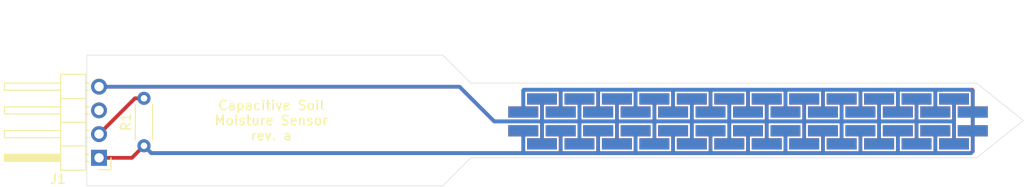
<source format=kicad_pcb>
(kicad_pcb (version 20171130) (host pcbnew 5.99.0+really5.1.12+dfsg1-1)

  (general
    (thickness 1.6)
    (drawings 11)
    (tracks 184)
    (zones 0)
    (modules 4)
    (nets 5)
  )

  (page A4)
  (layers
    (0 F.Cu signal)
    (31 B.Cu signal)
    (32 B.Adhes user)
    (33 F.Adhes user)
    (34 B.Paste user)
    (35 F.Paste user)
    (36 B.SilkS user)
    (37 F.SilkS user)
    (38 B.Mask user)
    (39 F.Mask user)
    (40 Dwgs.User user)
    (41 Cmts.User user)
    (42 Eco1.User user)
    (43 Eco2.User user)
    (44 Edge.Cuts user)
    (45 Margin user)
    (46 B.CrtYd user)
    (47 F.CrtYd user)
    (48 B.Fab user)
    (49 F.Fab user)
  )

  (setup
    (last_trace_width 0.4)
    (user_trace_width 0.2)
    (user_trace_width 0.3)
    (user_trace_width 0.4)
    (trace_clearance 0.2)
    (zone_clearance 0.508)
    (zone_45_only no)
    (trace_min 0.2)
    (via_size 0.8)
    (via_drill 0.4)
    (via_min_size 0.4)
    (via_min_drill 0.3)
    (uvia_size 0.3)
    (uvia_drill 0.1)
    (uvias_allowed no)
    (uvia_min_size 0.2)
    (uvia_min_drill 0.1)
    (edge_width 0.05)
    (segment_width 0.2)
    (pcb_text_width 0.3)
    (pcb_text_size 1.5 1.5)
    (mod_edge_width 0.12)
    (mod_text_size 1 1)
    (mod_text_width 0.15)
    (pad_size 1.524 1.524)
    (pad_drill 0.762)
    (pad_to_mask_clearance 0)
    (aux_axis_origin 0 0)
    (visible_elements FFFFFF7F)
    (pcbplotparams
      (layerselection 0x010fc_ffffffff)
      (usegerberextensions false)
      (usegerberattributes false)
      (usegerberadvancedattributes true)
      (creategerberjobfile true)
      (excludeedgelayer true)
      (linewidth 0.100000)
      (plotframeref false)
      (viasonmask false)
      (mode 1)
      (useauxorigin false)
      (hpglpennumber 1)
      (hpglpenspeed 20)
      (hpglpendiameter 15.000000)
      (psnegative false)
      (psa4output false)
      (plotreference true)
      (plotvalue true)
      (plotinvisibletext false)
      (padsonsilk false)
      (subtractmaskfromsilk false)
      (outputformat 1)
      (mirror false)
      (drillshape 0)
      (scaleselection 1)
      (outputdirectory "rev_a/"))
  )

  (net 0 "")
  (net 1 GND)
  (net 2 "Net-(C1-Pad1)")
  (net 3 "Net-(J1-Pad3)")
  (net 4 "Net-(J1-Pad2)")

  (net_class Default "This is the default net class."
    (clearance 0.2)
    (trace_width 0.25)
    (via_dia 0.8)
    (via_drill 0.4)
    (uvia_dia 0.3)
    (uvia_drill 0.1)
    (add_net GND)
    (add_net "Net-(C1-Pad1)")
    (add_net "Net-(J1-Pad2)")
    (add_net "Net-(J1-Pad3)")
  )

  (module soil:soil_sensor_no_trace (layer B.Cu) (tedit 619B03D0) (tstamp 619B5587)
    (at 124 90.1)
    (path /61C18D0A)
    (attr smd)
    (fp_text reference C2 (at 4 4) (layer B.SilkS) hide
      (effects (font (size 1 1) (thickness 0.15)) (justify mirror))
    )
    (fp_text value "Soil Sensor" (at 14.2 4.2) (layer B.Fab) hide
      (effects (font (size 1 1) (thickness 0.15)) (justify mirror))
    )
    (pad 1 smd rect (at 1.6 1) (size 3.2 1.2) (layers B.Cu)
      (net 2 "Net-(C1-Pad1)"))
    (pad 2 smd rect (at 3.6 2.4) (size 3.2 1.2) (layers B.Cu)
      (net 1 GND))
    (pad 1 smd rect (at 1.6 -1) (size 3.2 1.2) (layers B.Cu)
      (net 2 "Net-(C1-Pad1)"))
    (pad 2 smd rect (at 3.6 -2.4) (size 3.2 1.2) (layers B.Cu)
      (net 1 GND))
    (pad 1 smd rect (at 5.6 1) (size 3.2 1.2) (layers B.Cu)
      (net 2 "Net-(C1-Pad1)"))
    (pad 1 smd rect (at 5.6 -1) (size 3.2 1.2) (layers B.Cu)
      (net 2 "Net-(C1-Pad1)"))
    (pad 2 smd rect (at 7.6 -2.4) (size 3.2 1.2) (layers B.Cu)
      (net 1 GND))
    (pad 2 smd rect (at 7.6 2.4) (size 3.2 1.2) (layers B.Cu)
      (net 1 GND))
    (pad 1 smd rect (at 9.6 1) (size 3.2 1.2) (layers B.Cu)
      (net 2 "Net-(C1-Pad1)"))
    (pad 1 smd rect (at 9.6 -1) (size 3.2 1.2) (layers B.Cu)
      (net 2 "Net-(C1-Pad1)"))
    (pad 2 smd rect (at 11.6 2.4) (size 3.2 1.2) (layers B.Cu)
      (net 1 GND))
    (pad 2 smd rect (at 11.6 -2.4) (size 3.2 1.2) (layers B.Cu)
      (net 1 GND))
    (pad 1 smd rect (at 13.6 1) (size 3.2 1.2) (layers B.Cu)
      (net 2 "Net-(C1-Pad1)"))
    (pad 1 smd rect (at 13.6 -1) (size 3.2 1.2) (layers B.Cu)
      (net 2 "Net-(C1-Pad1)"))
    (pad 2 smd rect (at 15.6 2.4) (size 3.2 1.2) (layers B.Cu)
      (net 1 GND))
    (pad 2 smd rect (at 15.6 -2.4) (size 3.2 1.2) (layers B.Cu)
      (net 1 GND))
    (pad 1 smd rect (at 17.6 1) (size 3.2 1.2) (layers B.Cu)
      (net 2 "Net-(C1-Pad1)"))
    (pad 1 smd rect (at 17.6 -1) (size 3.2 1.2) (layers B.Cu)
      (net 2 "Net-(C1-Pad1)"))
    (pad 2 smd rect (at 19.6 -2.4) (size 3.2 1.2) (layers B.Cu)
      (net 1 GND))
    (pad 2 smd rect (at 19.6 2.4) (size 3.2 1.2) (layers B.Cu)
      (net 1 GND))
    (pad 1 smd rect (at 21.6 -1) (size 3.2 1.2) (layers B.Cu)
      (net 2 "Net-(C1-Pad1)"))
    (pad 1 smd rect (at 21.6 1) (size 3.2 1.2) (layers B.Cu)
      (net 2 "Net-(C1-Pad1)"))
    (pad 2 smd rect (at 23.6 2.4) (size 3.2 1.2) (layers B.Cu)
      (net 1 GND))
    (pad 2 smd rect (at 23.6 -2.4) (size 3.2 1.2) (layers B.Cu)
      (net 1 GND))
    (pad 1 smd rect (at 25.6 -1) (size 3.2 1.2) (layers B.Cu)
      (net 2 "Net-(C1-Pad1)"))
    (pad 1 smd rect (at 25.6 1) (size 3.2 1.2) (layers B.Cu)
      (net 2 "Net-(C1-Pad1)"))
    (pad 2 smd rect (at 27.6 -2.4) (size 3.2 1.2) (layers B.Cu)
      (net 1 GND))
    (pad 2 smd rect (at 27.6 2.4) (size 3.2 1.2) (layers B.Cu)
      (net 1 GND))
    (pad 1 smd rect (at 29.6 1) (size 3.2 1.2) (layers B.Cu)
      (net 2 "Net-(C1-Pad1)"))
    (pad 1 smd rect (at 29.6 -1) (size 3.2 1.2) (layers B.Cu)
      (net 2 "Net-(C1-Pad1)"))
    (pad 2 smd rect (at 31.6 -2.4) (size 3.2 1.2) (layers B.Cu)
      (net 1 GND))
    (pad 2 smd rect (at 31.6 2.4) (size 3.2 1.2) (layers B.Cu)
      (net 1 GND))
    (pad 1 smd rect (at 33.6 1) (size 3.2 1.2) (layers B.Cu)
      (net 2 "Net-(C1-Pad1)"))
    (pad 1 smd rect (at 33.6 -1) (size 3.2 1.2) (layers B.Cu)
      (net 2 "Net-(C1-Pad1)"))
    (pad 2 smd rect (at 35.6 2.4) (size 3.2 1.2) (layers B.Cu)
      (net 1 GND))
    (pad 2 smd rect (at 35.6 -2.4) (size 3.2 1.2) (layers B.Cu)
      (net 1 GND))
    (pad 1 smd rect (at 37.6 1) (size 3.2 1.2) (layers B.Cu)
      (net 2 "Net-(C1-Pad1)"))
    (pad 1 smd rect (at 37.6 -1) (size 3.2 1.2) (layers B.Cu)
      (net 2 "Net-(C1-Pad1)"))
    (pad 2 smd rect (at 39.6 2.4) (size 3.2 1.2) (layers B.Cu)
      (net 1 GND))
    (pad 2 smd rect (at 39.6 -2.4) (size 3.2 1.2) (layers B.Cu)
      (net 1 GND))
    (pad 1 smd rect (at 41.6 -1) (size 3.2 1.2) (layers B.Cu)
      (net 2 "Net-(C1-Pad1)"))
    (pad 1 smd rect (at 41.6 1) (size 3.2 1.2) (layers B.Cu)
      (net 2 "Net-(C1-Pad1)"))
    (pad 2 smd rect (at 43.6 -2.4) (size 3.2 1.2) (layers B.Cu)
      (net 1 GND))
    (pad 2 smd rect (at 43.6 2.4) (size 3.2 1.2) (layers B.Cu)
      (net 1 GND))
    (pad 1 smd rect (at 45.6 1) (size 3.2 1.2) (layers B.Cu)
      (net 2 "Net-(C1-Pad1)"))
    (pad 1 smd rect (at 45.6 -1) (size 3.2 1.2) (layers B.Cu)
      (net 2 "Net-(C1-Pad1)"))
    (pad 2 smd rect (at 47.6 -2.4) (size 3.2 1.2) (layers B.Cu)
      (net 1 GND))
    (pad 2 smd rect (at 47.6 2.4) (size 3.2 1.2) (layers B.Cu)
      (net 1 GND))
    (pad 1 smd rect (at 49.6 1) (size 3.2 1.2) (layers B.Cu)
      (net 2 "Net-(C1-Pad1)"))
    (pad 1 smd rect (at 49.6 -1) (size 3.2 1.2) (layers B.Cu)
      (net 2 "Net-(C1-Pad1)"))
  )

  (module soil:soil_sensor_no_trace (layer F.Cu) (tedit 619B03D0) (tstamp 619B288F)
    (at 124 90.1)
    (path /61C0D12D)
    (attr smd)
    (fp_text reference C1 (at 4 -4) (layer F.SilkS) hide
      (effects (font (size 1 1) (thickness 0.15)))
    )
    (fp_text value "Soil Sensor" (at 14.2 -4.2) (layer F.Fab) hide
      (effects (font (size 1 1) (thickness 0.15)))
    )
    (pad 1 smd rect (at 1.6 -1) (size 3.2 1.2) (layers F.Cu)
      (net 2 "Net-(C1-Pad1)"))
    (pad 2 smd rect (at 3.6 -2.4) (size 3.2 1.2) (layers F.Cu)
      (net 1 GND))
    (pad 1 smd rect (at 1.6 1) (size 3.2 1.2) (layers F.Cu)
      (net 2 "Net-(C1-Pad1)"))
    (pad 2 smd rect (at 3.6 2.4) (size 3.2 1.2) (layers F.Cu)
      (net 1 GND))
    (pad 1 smd rect (at 5.6 -1) (size 3.2 1.2) (layers F.Cu)
      (net 2 "Net-(C1-Pad1)"))
    (pad 1 smd rect (at 5.6 1) (size 3.2 1.2) (layers F.Cu)
      (net 2 "Net-(C1-Pad1)"))
    (pad 2 smd rect (at 7.6 2.4) (size 3.2 1.2) (layers F.Cu)
      (net 1 GND))
    (pad 2 smd rect (at 7.6 -2.4) (size 3.2 1.2) (layers F.Cu)
      (net 1 GND))
    (pad 1 smd rect (at 9.6 -1) (size 3.2 1.2) (layers F.Cu)
      (net 2 "Net-(C1-Pad1)"))
    (pad 1 smd rect (at 9.6 1) (size 3.2 1.2) (layers F.Cu)
      (net 2 "Net-(C1-Pad1)"))
    (pad 2 smd rect (at 11.6 -2.4) (size 3.2 1.2) (layers F.Cu)
      (net 1 GND))
    (pad 2 smd rect (at 11.6 2.4) (size 3.2 1.2) (layers F.Cu)
      (net 1 GND))
    (pad 1 smd rect (at 13.6 -1) (size 3.2 1.2) (layers F.Cu)
      (net 2 "Net-(C1-Pad1)"))
    (pad 1 smd rect (at 13.6 1) (size 3.2 1.2) (layers F.Cu)
      (net 2 "Net-(C1-Pad1)"))
    (pad 2 smd rect (at 15.6 -2.4) (size 3.2 1.2) (layers F.Cu)
      (net 1 GND))
    (pad 2 smd rect (at 15.6 2.4) (size 3.2 1.2) (layers F.Cu)
      (net 1 GND))
    (pad 1 smd rect (at 17.6 -1) (size 3.2 1.2) (layers F.Cu)
      (net 2 "Net-(C1-Pad1)"))
    (pad 1 smd rect (at 17.6 1) (size 3.2 1.2) (layers F.Cu)
      (net 2 "Net-(C1-Pad1)"))
    (pad 2 smd rect (at 19.6 2.4) (size 3.2 1.2) (layers F.Cu)
      (net 1 GND))
    (pad 2 smd rect (at 19.6 -2.4) (size 3.2 1.2) (layers F.Cu)
      (net 1 GND))
    (pad 1 smd rect (at 21.6 1) (size 3.2 1.2) (layers F.Cu)
      (net 2 "Net-(C1-Pad1)"))
    (pad 1 smd rect (at 21.6 -1) (size 3.2 1.2) (layers F.Cu)
      (net 2 "Net-(C1-Pad1)"))
    (pad 2 smd rect (at 23.6 -2.4) (size 3.2 1.2) (layers F.Cu)
      (net 1 GND))
    (pad 2 smd rect (at 23.6 2.4) (size 3.2 1.2) (layers F.Cu)
      (net 1 GND))
    (pad 1 smd rect (at 25.6 1) (size 3.2 1.2) (layers F.Cu)
      (net 2 "Net-(C1-Pad1)"))
    (pad 1 smd rect (at 25.6 -1) (size 3.2 1.2) (layers F.Cu)
      (net 2 "Net-(C1-Pad1)"))
    (pad 2 smd rect (at 27.6 2.4) (size 3.2 1.2) (layers F.Cu)
      (net 1 GND))
    (pad 2 smd rect (at 27.6 -2.4) (size 3.2 1.2) (layers F.Cu)
      (net 1 GND))
    (pad 1 smd rect (at 29.6 -1) (size 3.2 1.2) (layers F.Cu)
      (net 2 "Net-(C1-Pad1)"))
    (pad 1 smd rect (at 29.6 1) (size 3.2 1.2) (layers F.Cu)
      (net 2 "Net-(C1-Pad1)"))
    (pad 2 smd rect (at 31.6 2.4) (size 3.2 1.2) (layers F.Cu)
      (net 1 GND))
    (pad 2 smd rect (at 31.6 -2.4) (size 3.2 1.2) (layers F.Cu)
      (net 1 GND))
    (pad 1 smd rect (at 33.6 -1) (size 3.2 1.2) (layers F.Cu)
      (net 2 "Net-(C1-Pad1)"))
    (pad 1 smd rect (at 33.6 1) (size 3.2 1.2) (layers F.Cu)
      (net 2 "Net-(C1-Pad1)"))
    (pad 2 smd rect (at 35.6 -2.4) (size 3.2 1.2) (layers F.Cu)
      (net 1 GND))
    (pad 2 smd rect (at 35.6 2.4) (size 3.2 1.2) (layers F.Cu)
      (net 1 GND))
    (pad 1 smd rect (at 37.6 -1) (size 3.2 1.2) (layers F.Cu)
      (net 2 "Net-(C1-Pad1)"))
    (pad 1 smd rect (at 37.6 1) (size 3.2 1.2) (layers F.Cu)
      (net 2 "Net-(C1-Pad1)"))
    (pad 2 smd rect (at 39.6 -2.4) (size 3.2 1.2) (layers F.Cu)
      (net 1 GND))
    (pad 2 smd rect (at 39.6 2.4) (size 3.2 1.2) (layers F.Cu)
      (net 1 GND))
    (pad 1 smd rect (at 41.6 1) (size 3.2 1.2) (layers F.Cu)
      (net 2 "Net-(C1-Pad1)"))
    (pad 1 smd rect (at 41.6 -1) (size 3.2 1.2) (layers F.Cu)
      (net 2 "Net-(C1-Pad1)"))
    (pad 2 smd rect (at 43.6 2.4) (size 3.2 1.2) (layers F.Cu)
      (net 1 GND))
    (pad 2 smd rect (at 43.6 -2.4) (size 3.2 1.2) (layers F.Cu)
      (net 1 GND))
    (pad 1 smd rect (at 45.6 -1) (size 3.2 1.2) (layers F.Cu)
      (net 2 "Net-(C1-Pad1)"))
    (pad 1 smd rect (at 45.6 1) (size 3.2 1.2) (layers F.Cu)
      (net 2 "Net-(C1-Pad1)"))
    (pad 2 smd rect (at 47.6 2.4) (size 3.2 1.2) (layers F.Cu)
      (net 1 GND))
    (pad 2 smd rect (at 47.6 -2.4) (size 3.2 1.2) (layers F.Cu)
      (net 1 GND))
    (pad 1 smd rect (at 49.6 -1) (size 3.2 1.2) (layers F.Cu)
      (net 2 "Net-(C1-Pad1)"))
    (pad 1 smd rect (at 49.6 1) (size 3.2 1.2) (layers F.Cu)
      (net 2 "Net-(C1-Pad1)"))
  )

  (module Resistor_THT:R_Axial_DIN0204_L3.6mm_D1.6mm_P5.08mm_Horizontal (layer F.Cu) (tedit 5AE5139B) (tstamp 619B5355)
    (at 85.1 92.71 90)
    (descr "Resistor, Axial_DIN0204 series, Axial, Horizontal, pin pitch=5.08mm, 0.167W, length*diameter=3.6*1.6mm^2, http://cdn-reichelt.de/documents/datenblatt/B400/1_4W%23YAG.pdf")
    (tags "Resistor Axial_DIN0204 series Axial Horizontal pin pitch 5.08mm 0.167W length 3.6mm diameter 1.6mm")
    (path /61C0C88F)
    (fp_text reference R1 (at 2.54 -1.92 90) (layer F.SilkS)
      (effects (font (size 1 1) (thickness 0.15)))
    )
    (fp_text value NM (at 2.54 1.92 90) (layer F.Fab)
      (effects (font (size 1 1) (thickness 0.15)))
    )
    (fp_text user %R (at 2.54 0 90) (layer F.Fab)
      (effects (font (size 0.72 0.72) (thickness 0.108)))
    )
    (fp_line (start 0.74 -0.8) (end 0.74 0.8) (layer F.Fab) (width 0.1))
    (fp_line (start 0.74 0.8) (end 4.34 0.8) (layer F.Fab) (width 0.1))
    (fp_line (start 4.34 0.8) (end 4.34 -0.8) (layer F.Fab) (width 0.1))
    (fp_line (start 4.34 -0.8) (end 0.74 -0.8) (layer F.Fab) (width 0.1))
    (fp_line (start 0 0) (end 0.74 0) (layer F.Fab) (width 0.1))
    (fp_line (start 5.08 0) (end 4.34 0) (layer F.Fab) (width 0.1))
    (fp_line (start 0.62 -0.92) (end 4.46 -0.92) (layer F.SilkS) (width 0.12))
    (fp_line (start 0.62 0.92) (end 4.46 0.92) (layer F.SilkS) (width 0.12))
    (fp_line (start -0.95 -1.05) (end -0.95 1.05) (layer F.CrtYd) (width 0.05))
    (fp_line (start -0.95 1.05) (end 6.03 1.05) (layer F.CrtYd) (width 0.05))
    (fp_line (start 6.03 1.05) (end 6.03 -1.05) (layer F.CrtYd) (width 0.05))
    (fp_line (start 6.03 -1.05) (end -0.95 -1.05) (layer F.CrtYd) (width 0.05))
    (pad 2 thru_hole oval (at 5.08 0 90) (size 1.4 1.4) (drill 0.7) (layers *.Cu *.Mask)
      (net 4 "Net-(J1-Pad2)"))
    (pad 1 thru_hole circle (at 0 0 90) (size 1.4 1.4) (drill 0.7) (layers *.Cu *.Mask)
      (net 2 "Net-(C1-Pad1)"))
    (model ${KISYS3DMOD}/Resistor_THT.3dshapes/R_Axial_DIN0204_L3.6mm_D1.6mm_P5.08mm_Horizontal.wrl
      (at (xyz 0 0 0))
      (scale (xyz 1 1 1))
      (rotate (xyz 0 0 0))
    )
  )

  (module Connector_PinHeader_2.54mm:PinHeader_1x04_P2.54mm_Horizontal (layer F.Cu) (tedit 59FED5CB) (tstamp 619B529C)
    (at 80.3 94 180)
    (descr "Through hole angled pin header, 1x04, 2.54mm pitch, 6mm pin length, single row")
    (tags "Through hole angled pin header THT 1x04 2.54mm single row")
    (path /61C0E709)
    (fp_text reference J1 (at 4.385 -2.27) (layer F.SilkS)
      (effects (font (size 1 1) (thickness 0.15)))
    )
    (fp_text value ~ (at 4.385 9.89) (layer F.Fab)
      (effects (font (size 1 1) (thickness 0.15)))
    )
    (fp_text user %R (at 2.77 3.81 90) (layer F.Fab)
      (effects (font (size 1 1) (thickness 0.15)))
    )
    (fp_line (start 2.135 -1.27) (end 4.04 -1.27) (layer F.Fab) (width 0.1))
    (fp_line (start 4.04 -1.27) (end 4.04 8.89) (layer F.Fab) (width 0.1))
    (fp_line (start 4.04 8.89) (end 1.5 8.89) (layer F.Fab) (width 0.1))
    (fp_line (start 1.5 8.89) (end 1.5 -0.635) (layer F.Fab) (width 0.1))
    (fp_line (start 1.5 -0.635) (end 2.135 -1.27) (layer F.Fab) (width 0.1))
    (fp_line (start -0.32 -0.32) (end 1.5 -0.32) (layer F.Fab) (width 0.1))
    (fp_line (start -0.32 -0.32) (end -0.32 0.32) (layer F.Fab) (width 0.1))
    (fp_line (start -0.32 0.32) (end 1.5 0.32) (layer F.Fab) (width 0.1))
    (fp_line (start 4.04 -0.32) (end 10.04 -0.32) (layer F.Fab) (width 0.1))
    (fp_line (start 10.04 -0.32) (end 10.04 0.32) (layer F.Fab) (width 0.1))
    (fp_line (start 4.04 0.32) (end 10.04 0.32) (layer F.Fab) (width 0.1))
    (fp_line (start -0.32 2.22) (end 1.5 2.22) (layer F.Fab) (width 0.1))
    (fp_line (start -0.32 2.22) (end -0.32 2.86) (layer F.Fab) (width 0.1))
    (fp_line (start -0.32 2.86) (end 1.5 2.86) (layer F.Fab) (width 0.1))
    (fp_line (start 4.04 2.22) (end 10.04 2.22) (layer F.Fab) (width 0.1))
    (fp_line (start 10.04 2.22) (end 10.04 2.86) (layer F.Fab) (width 0.1))
    (fp_line (start 4.04 2.86) (end 10.04 2.86) (layer F.Fab) (width 0.1))
    (fp_line (start -0.32 4.76) (end 1.5 4.76) (layer F.Fab) (width 0.1))
    (fp_line (start -0.32 4.76) (end -0.32 5.4) (layer F.Fab) (width 0.1))
    (fp_line (start -0.32 5.4) (end 1.5 5.4) (layer F.Fab) (width 0.1))
    (fp_line (start 4.04 4.76) (end 10.04 4.76) (layer F.Fab) (width 0.1))
    (fp_line (start 10.04 4.76) (end 10.04 5.4) (layer F.Fab) (width 0.1))
    (fp_line (start 4.04 5.4) (end 10.04 5.4) (layer F.Fab) (width 0.1))
    (fp_line (start -0.32 7.3) (end 1.5 7.3) (layer F.Fab) (width 0.1))
    (fp_line (start -0.32 7.3) (end -0.32 7.94) (layer F.Fab) (width 0.1))
    (fp_line (start -0.32 7.94) (end 1.5 7.94) (layer F.Fab) (width 0.1))
    (fp_line (start 4.04 7.3) (end 10.04 7.3) (layer F.Fab) (width 0.1))
    (fp_line (start 10.04 7.3) (end 10.04 7.94) (layer F.Fab) (width 0.1))
    (fp_line (start 4.04 7.94) (end 10.04 7.94) (layer F.Fab) (width 0.1))
    (fp_line (start 1.44 -1.33) (end 1.44 8.95) (layer F.SilkS) (width 0.12))
    (fp_line (start 1.44 8.95) (end 4.1 8.95) (layer F.SilkS) (width 0.12))
    (fp_line (start 4.1 8.95) (end 4.1 -1.33) (layer F.SilkS) (width 0.12))
    (fp_line (start 4.1 -1.33) (end 1.44 -1.33) (layer F.SilkS) (width 0.12))
    (fp_line (start 4.1 -0.38) (end 10.1 -0.38) (layer F.SilkS) (width 0.12))
    (fp_line (start 10.1 -0.38) (end 10.1 0.38) (layer F.SilkS) (width 0.12))
    (fp_line (start 10.1 0.38) (end 4.1 0.38) (layer F.SilkS) (width 0.12))
    (fp_line (start 4.1 -0.32) (end 10.1 -0.32) (layer F.SilkS) (width 0.12))
    (fp_line (start 4.1 -0.2) (end 10.1 -0.2) (layer F.SilkS) (width 0.12))
    (fp_line (start 4.1 -0.08) (end 10.1 -0.08) (layer F.SilkS) (width 0.12))
    (fp_line (start 4.1 0.04) (end 10.1 0.04) (layer F.SilkS) (width 0.12))
    (fp_line (start 4.1 0.16) (end 10.1 0.16) (layer F.SilkS) (width 0.12))
    (fp_line (start 4.1 0.28) (end 10.1 0.28) (layer F.SilkS) (width 0.12))
    (fp_line (start 1.11 -0.38) (end 1.44 -0.38) (layer F.SilkS) (width 0.12))
    (fp_line (start 1.11 0.38) (end 1.44 0.38) (layer F.SilkS) (width 0.12))
    (fp_line (start 1.44 1.27) (end 4.1 1.27) (layer F.SilkS) (width 0.12))
    (fp_line (start 4.1 2.16) (end 10.1 2.16) (layer F.SilkS) (width 0.12))
    (fp_line (start 10.1 2.16) (end 10.1 2.92) (layer F.SilkS) (width 0.12))
    (fp_line (start 10.1 2.92) (end 4.1 2.92) (layer F.SilkS) (width 0.12))
    (fp_line (start 1.042929 2.16) (end 1.44 2.16) (layer F.SilkS) (width 0.12))
    (fp_line (start 1.042929 2.92) (end 1.44 2.92) (layer F.SilkS) (width 0.12))
    (fp_line (start 1.44 3.81) (end 4.1 3.81) (layer F.SilkS) (width 0.12))
    (fp_line (start 4.1 4.7) (end 10.1 4.7) (layer F.SilkS) (width 0.12))
    (fp_line (start 10.1 4.7) (end 10.1 5.46) (layer F.SilkS) (width 0.12))
    (fp_line (start 10.1 5.46) (end 4.1 5.46) (layer F.SilkS) (width 0.12))
    (fp_line (start 1.042929 4.7) (end 1.44 4.7) (layer F.SilkS) (width 0.12))
    (fp_line (start 1.042929 5.46) (end 1.44 5.46) (layer F.SilkS) (width 0.12))
    (fp_line (start 1.44 6.35) (end 4.1 6.35) (layer F.SilkS) (width 0.12))
    (fp_line (start 4.1 7.24) (end 10.1 7.24) (layer F.SilkS) (width 0.12))
    (fp_line (start 10.1 7.24) (end 10.1 8) (layer F.SilkS) (width 0.12))
    (fp_line (start 10.1 8) (end 4.1 8) (layer F.SilkS) (width 0.12))
    (fp_line (start 1.042929 7.24) (end 1.44 7.24) (layer F.SilkS) (width 0.12))
    (fp_line (start 1.042929 8) (end 1.44 8) (layer F.SilkS) (width 0.12))
    (fp_line (start -1.27 0) (end -1.27 -1.27) (layer F.SilkS) (width 0.12))
    (fp_line (start -1.27 -1.27) (end 0 -1.27) (layer F.SilkS) (width 0.12))
    (fp_line (start -1.8 -1.8) (end -1.8 9.4) (layer F.CrtYd) (width 0.05))
    (fp_line (start -1.8 9.4) (end 10.55 9.4) (layer F.CrtYd) (width 0.05))
    (fp_line (start 10.55 9.4) (end 10.55 -1.8) (layer F.CrtYd) (width 0.05))
    (fp_line (start 10.55 -1.8) (end -1.8 -1.8) (layer F.CrtYd) (width 0.05))
    (pad 4 thru_hole oval (at 0 7.62 180) (size 1.7 1.7) (drill 1) (layers *.Cu *.Mask)
      (net 1 GND))
    (pad 3 thru_hole oval (at 0 5.08 180) (size 1.7 1.7) (drill 1) (layers *.Cu *.Mask)
      (net 3 "Net-(J1-Pad3)"))
    (pad 2 thru_hole oval (at 0 2.54 180) (size 1.7 1.7) (drill 1) (layers *.Cu *.Mask)
      (net 4 "Net-(J1-Pad2)"))
    (pad 1 thru_hole rect (at 0 0 180) (size 1.7 1.7) (drill 1) (layers *.Cu *.Mask)
      (net 2 "Net-(C1-Pad1)"))
    (model ${KISYS3DMOD}/Connector_PinHeader_2.54mm.3dshapes/PinHeader_1x04_P2.54mm_Horizontal.wrl
      (at (xyz 0 0 0))
      (scale (xyz 1 1 1))
      (rotate (xyz 0 0 0))
    )
  )

  (gr_text "Capacitive Soil\nMoisture Sensor\nrev. a" (at 98.7 90) (layer F.SilkS)
    (effects (font (size 1 1) (thickness 0.15)))
  )
  (dimension 100 (width 0.15) (layer Dwgs.User)
    (gr_text "100.000 mm" (at 129 77.8) (layer Dwgs.User)
      (effects (font (size 1 1) (thickness 0.15)))
    )
    (feature1 (pts (xy 79 90) (xy 79 78.513579)))
    (feature2 (pts (xy 179 90) (xy 179 78.513579)))
    (crossbar (pts (xy 179 79.1) (xy 79 79.1)))
    (arrow1a (pts (xy 79 79.1) (xy 80.126504 78.513579)))
    (arrow1b (pts (xy 79 79.1) (xy 80.126504 79.686421)))
    (arrow2a (pts (xy 179 79.1) (xy 177.873496 78.513579)))
    (arrow2b (pts (xy 179 79.1) (xy 177.873496 79.686421)))
  )
  (gr_line (start 79 97) (end 79 83) (layer Edge.Cuts) (width 0.05) (tstamp 619B5236))
  (gr_line (start 117 97) (end 79 97) (layer Edge.Cuts) (width 0.05) (tstamp 619B523F))
  (gr_line (start 120 94) (end 117 97) (layer Edge.Cuts) (width 0.05) (tstamp 619B5242))
  (gr_line (start 117 83) (end 79 83) (layer Edge.Cuts) (width 0.05) (tstamp 619B5341))
  (gr_line (start 120 86) (end 117 83) (layer Edge.Cuts) (width 0.05) (tstamp 619B524B))
  (gr_line (start 174 94) (end 120 94) (layer Edge.Cuts) (width 0.05))
  (gr_line (start 179 90) (end 174 94) (layer Edge.Cuts) (width 0.05))
  (gr_line (start 174 86) (end 120 86) (layer Edge.Cuts) (width 0.05))
  (gr_line (start 179 90) (end 174 86) (layer Edge.Cuts) (width 0.05))

  (segment (start 171.6 90.1) (end 171.6 87.7) (width 0.4) (layer F.Cu) (net 1))
  (segment (start 171.6 90.1) (end 171.6 92.5) (width 0.4) (layer F.Cu) (net 1))
  (segment (start 167.6 90.1) (end 167.6 87.7) (width 0.4) (layer F.Cu) (net 1))
  (segment (start 167.6 90.1) (end 171.6 90.1) (width 0.4) (layer F.Cu) (net 1))
  (segment (start 167.6 90.1) (end 167.6 92.5) (width 0.4) (layer F.Cu) (net 1))
  (segment (start 163.6 90.1) (end 163.6 87.7) (width 0.4) (layer F.Cu) (net 1))
  (segment (start 163.6 90.1) (end 167.6 90.1) (width 0.4) (layer F.Cu) (net 1))
  (segment (start 163.6 90.1) (end 163.6 92.5) (width 0.4) (layer F.Cu) (net 1))
  (segment (start 159.6 90.1) (end 159.6 92.5) (width 0.4) (layer F.Cu) (net 1))
  (segment (start 159.6 90.1) (end 163.6 90.1) (width 0.4) (layer F.Cu) (net 1))
  (segment (start 159.6 90.1) (end 159.6 87.7) (width 0.4) (layer F.Cu) (net 1))
  (segment (start 155.6 90.1) (end 155.6 87.7) (width 0.4) (layer F.Cu) (net 1))
  (segment (start 155.6 90.1) (end 159.6 90.1) (width 0.4) (layer F.Cu) (net 1))
  (segment (start 155.6 90.1) (end 155.6 92.5) (width 0.4) (layer F.Cu) (net 1))
  (segment (start 151.6 90.1) (end 151.6 87.7) (width 0.4) (layer F.Cu) (net 1))
  (segment (start 151.6 90.1) (end 155.6 90.1) (width 0.4) (layer F.Cu) (net 1))
  (segment (start 151.6 90.1) (end 151.6 92.5) (width 0.4) (layer F.Cu) (net 1))
  (segment (start 147.6 90.1) (end 147.6 87.7) (width 0.4) (layer F.Cu) (net 1))
  (segment (start 147.6 90.1) (end 151.6 90.1) (width 0.4) (layer F.Cu) (net 1))
  (segment (start 147.6 90.1) (end 147.6 92.5) (width 0.4) (layer F.Cu) (net 1))
  (segment (start 143.6 90.1) (end 143.6 87.7) (width 0.4) (layer F.Cu) (net 1))
  (segment (start 143.6 90.1) (end 147.6 90.1) (width 0.4) (layer F.Cu) (net 1))
  (segment (start 143.6 90.1) (end 143.6 92.5) (width 0.4) (layer F.Cu) (net 1))
  (segment (start 139.6 90.1) (end 139.6 87.7) (width 0.4) (layer F.Cu) (net 1))
  (segment (start 135.6 90.1) (end 139.6 90.1) (width 0.4) (layer F.Cu) (net 1))
  (segment (start 139.6 90.1) (end 143.6 90.1) (width 0.4) (layer F.Cu) (net 1))
  (segment (start 139.6 90.1) (end 139.6 92.5) (width 0.4) (layer F.Cu) (net 1))
  (segment (start 135.6 90.1) (end 135.6 87.7) (width 0.4) (layer F.Cu) (net 1))
  (segment (start 135.6 90.1) (end 135.6 92.5) (width 0.4) (layer F.Cu) (net 1))
  (segment (start 131.6 90.1) (end 131.6 87.7) (width 0.4) (layer F.Cu) (net 1))
  (segment (start 135.6 90.1) (end 131.6 90.1) (width 0.4) (layer F.Cu) (net 1))
  (segment (start 131.6 90.1) (end 131.6 92.5) (width 0.4) (layer F.Cu) (net 1))
  (segment (start 127.6 90.1) (end 127.6 92.5) (width 0.4) (layer F.Cu) (net 1))
  (segment (start 131.6 90.1) (end 127.6 90.1) (width 0.4) (layer F.Cu) (net 1))
  (segment (start 127.6 90.1) (end 127.6 87.7) (width 0.4) (layer F.Cu) (net 1))
  (segment (start 171.6 87.7) (end 171.6 92.5) (width 0.4) (layer B.Cu) (net 1))
  (segment (start 122.5 90.1) (end 127.6 90.1) (width 0.4) (layer F.Cu) (net 1))
  (segment (start 118.78 86.38) (end 122.5 90.1) (width 0.4) (layer F.Cu) (net 1))
  (segment (start 122.5 90.1) (end 171.6 90.1) (width 0.4) (layer B.Cu) (net 1))
  (segment (start 118.78 86.38) (end 122.5 90.1) (width 0.4) (layer B.Cu) (net 1))
  (segment (start 167.6 90.1) (end 167.6 87.7) (width 0.4) (layer B.Cu) (net 1))
  (segment (start 167.6 90.1) (end 167.6 92.5) (width 0.4) (layer B.Cu) (net 1))
  (segment (start 163.6 90.1) (end 163.6 87.7) (width 0.4) (layer B.Cu) (net 1))
  (segment (start 163.6 90.1) (end 163.6 92.5) (width 0.4) (layer B.Cu) (net 1))
  (segment (start 159.6 90.1) (end 159.6 87.7) (width 0.4) (layer B.Cu) (net 1))
  (segment (start 159.6 90.1) (end 159.6 92.5) (width 0.4) (layer B.Cu) (net 1))
  (segment (start 155.6 90.1) (end 155.6 87.7) (width 0.4) (layer B.Cu) (net 1))
  (segment (start 155.6 90.1) (end 155.6 92.5) (width 0.4) (layer B.Cu) (net 1))
  (segment (start 151.6 90.1) (end 151.6 87.7) (width 0.4) (layer B.Cu) (net 1))
  (segment (start 151.6 90.1) (end 151.6 92.5) (width 0.4) (layer B.Cu) (net 1))
  (segment (start 147.6 90.1) (end 147.6 87.7) (width 0.4) (layer B.Cu) (net 1))
  (segment (start 147.6 90.1) (end 147.6 92.5) (width 0.4) (layer B.Cu) (net 1))
  (segment (start 143.6 90.1) (end 143.6 87.7) (width 0.4) (layer B.Cu) (net 1))
  (segment (start 143.6 90.1) (end 143.6 92.5) (width 0.4) (layer B.Cu) (net 1))
  (segment (start 139.6 90.1) (end 139.6 87.7) (width 0.4) (layer B.Cu) (net 1))
  (segment (start 139.6 90.1) (end 139.6 92.5) (width 0.4) (layer B.Cu) (net 1))
  (segment (start 135.6 90.1) (end 135.6 87.7) (width 0.4) (layer B.Cu) (net 1))
  (segment (start 135.6 90.1) (end 135.6 92.5) (width 0.4) (layer B.Cu) (net 1))
  (segment (start 131.6 90.1) (end 131.6 87.7) (width 0.4) (layer B.Cu) (net 1))
  (segment (start 131.6 90.1) (end 131.6 92.5) (width 0.4) (layer B.Cu) (net 1))
  (segment (start 127.6 90.1) (end 127.6 87.7) (width 0.4) (layer B.Cu) (net 1))
  (segment (start 127.6 90.1) (end 127.6 92.5) (width 0.4) (layer B.Cu) (net 1))
  (segment (start 118.78 86.38) (end 80.3 86.38) (width 0.4) (layer F.Cu) (net 1))
  (segment (start 118.78 86.38) (end 80.3 86.38) (width 0.4) (layer B.Cu) (net 1))
  (segment (start 173.6 91.1) (end 173.6 89.1) (width 0.4) (layer F.Cu) (net 2))
  (segment (start 169.700001 86.699999) (end 169.6 86.8) (width 0.4) (layer F.Cu) (net 2))
  (segment (start 169.6 86.8) (end 169.6 89.1) (width 0.4) (layer F.Cu) (net 2))
  (segment (start 125.6 86.779998) (end 125.6 89.1) (width 0.4) (layer F.Cu) (net 2))
  (segment (start 125.679999 86.699999) (end 125.6 86.779998) (width 0.4) (layer F.Cu) (net 2))
  (segment (start 170.300001 86.699999) (end 169.700001 86.699999) (width 0.4) (layer F.Cu) (net 2))
  (segment (start 173.199999 86.699999) (end 170.300001 86.699999) (width 0.4) (layer F.Cu) (net 2))
  (segment (start 173.520001 86.699999) (end 173.199999 86.699999) (width 0.4) (layer F.Cu) (net 2))
  (segment (start 173.600001 86.779999) (end 173.520001 86.699999) (width 0.4) (layer F.Cu) (net 2))
  (segment (start 173.6 89.1) (end 173.600001 86.779999) (width 0.4) (layer F.Cu) (net 2))
  (segment (start 173.6 93.3) (end 173.4 93.5) (width 0.4) (layer F.Cu) (net 2))
  (segment (start 173.6 91.1) (end 173.6 93.3) (width 0.4) (layer F.Cu) (net 2))
  (segment (start 169.6 93.5) (end 169.6 91.1) (width 0.4) (layer F.Cu) (net 2))
  (segment (start 173.4 93.5) (end 169.6 93.5) (width 0.4) (layer F.Cu) (net 2))
  (segment (start 165.6 93.5) (end 165.6 91.1) (width 0.4) (layer F.Cu) (net 2))
  (segment (start 169.6 93.5) (end 165.6 93.5) (width 0.4) (layer F.Cu) (net 2))
  (segment (start 165.600001 86.699999) (end 165.6 86.779998) (width 0.4) (layer F.Cu) (net 2))
  (segment (start 165.6 86.779998) (end 165.6 89.1) (width 0.4) (layer F.Cu) (net 2))
  (segment (start 170.300001 86.699999) (end 165.600001 86.699999) (width 0.4) (layer F.Cu) (net 2))
  (segment (start 161.6 86.779998) (end 161.6 89.1) (width 0.4) (layer F.Cu) (net 2))
  (segment (start 161.600001 86.699999) (end 161.6 86.779998) (width 0.4) (layer F.Cu) (net 2))
  (segment (start 165.600001 86.699999) (end 161.600001 86.699999) (width 0.4) (layer F.Cu) (net 2))
  (segment (start 161.6 93.5) (end 161.6 91.1) (width 0.4) (layer F.Cu) (net 2))
  (segment (start 165.6 93.5) (end 161.6 93.5) (width 0.4) (layer F.Cu) (net 2))
  (segment (start 157.6 93.5) (end 157.6 91.1) (width 0.4) (layer F.Cu) (net 2))
  (segment (start 161.6 93.5) (end 157.6 93.5) (width 0.4) (layer F.Cu) (net 2))
  (segment (start 157.600001 86.699999) (end 157.6 86.779998) (width 0.4) (layer F.Cu) (net 2))
  (segment (start 161.600001 86.699999) (end 157.600001 86.699999) (width 0.4) (layer F.Cu) (net 2))
  (segment (start 157.6 86.779998) (end 157.6 89.1) (width 0.4) (layer F.Cu) (net 2))
  (segment (start 153.6 86.779998) (end 153.6 89.1) (width 0.4) (layer F.Cu) (net 2))
  (segment (start 153.600001 86.699999) (end 153.6 86.779998) (width 0.4) (layer F.Cu) (net 2))
  (segment (start 157.600001 86.699999) (end 153.600001 86.699999) (width 0.4) (layer F.Cu) (net 2))
  (segment (start 153.6 93.5) (end 153.6 91.1) (width 0.4) (layer F.Cu) (net 2))
  (segment (start 157.6 93.5) (end 153.6 93.5) (width 0.4) (layer F.Cu) (net 2))
  (segment (start 149.6 86.779998) (end 149.6 89.1) (width 0.4) (layer F.Cu) (net 2))
  (segment (start 149.600001 86.699999) (end 149.6 86.779998) (width 0.4) (layer F.Cu) (net 2))
  (segment (start 153.600001 86.699999) (end 149.600001 86.699999) (width 0.4) (layer F.Cu) (net 2))
  (segment (start 149.6 93.5) (end 149.6 91.1) (width 0.4) (layer F.Cu) (net 2))
  (segment (start 153.6 93.5) (end 149.6 93.5) (width 0.4) (layer F.Cu) (net 2))
  (segment (start 145.6 93.5) (end 145.6 91.1) (width 0.4) (layer F.Cu) (net 2))
  (segment (start 149.6 93.5) (end 145.6 93.5) (width 0.4) (layer F.Cu) (net 2))
  (segment (start 145.6 86.779998) (end 145.6 89.1) (width 0.4) (layer F.Cu) (net 2))
  (segment (start 145.599999 86.699999) (end 145.6 86.779998) (width 0.4) (layer F.Cu) (net 2))
  (segment (start 149.600001 86.699999) (end 145.599999 86.699999) (width 0.4) (layer F.Cu) (net 2))
  (segment (start 141.600001 86.699999) (end 141.6 86.779998) (width 0.4) (layer F.Cu) (net 2))
  (segment (start 141.6 86.779998) (end 141.6 89.1) (width 0.4) (layer F.Cu) (net 2))
  (segment (start 145.599999 86.699999) (end 141.600001 86.699999) (width 0.4) (layer F.Cu) (net 2))
  (segment (start 141.6 93.5) (end 141.6 91.1) (width 0.4) (layer F.Cu) (net 2))
  (segment (start 145.6 93.5) (end 141.6 93.5) (width 0.4) (layer F.Cu) (net 2))
  (segment (start 137.6 93.5) (end 137.6 91.1) (width 0.4) (layer F.Cu) (net 2))
  (segment (start 141.6 93.5) (end 137.6 93.5) (width 0.4) (layer F.Cu) (net 2))
  (segment (start 137.6 86.779998) (end 137.6 89.1) (width 0.4) (layer F.Cu) (net 2))
  (segment (start 137.600001 86.699999) (end 137.6 86.779998) (width 0.4) (layer F.Cu) (net 2))
  (segment (start 141.600001 86.699999) (end 137.600001 86.699999) (width 0.4) (layer F.Cu) (net 2))
  (segment (start 133.6 93.5) (end 133.6 91.1) (width 0.4) (layer F.Cu) (net 2))
  (segment (start 137.6 93.5) (end 133.6 93.5) (width 0.4) (layer F.Cu) (net 2))
  (segment (start 133.6 86.779998) (end 133.6 89.1) (width 0.4) (layer F.Cu) (net 2))
  (segment (start 133.600001 86.699999) (end 133.6 86.779998) (width 0.4) (layer F.Cu) (net 2))
  (segment (start 137.600001 86.699999) (end 133.600001 86.699999) (width 0.4) (layer F.Cu) (net 2))
  (segment (start 129.600001 86.699999) (end 129.6 86.779998) (width 0.4) (layer F.Cu) (net 2))
  (segment (start 129.6 86.779998) (end 129.6 89.1) (width 0.4) (layer F.Cu) (net 2))
  (segment (start 133.600001 86.699999) (end 129.600001 86.699999) (width 0.4) (layer F.Cu) (net 2))
  (segment (start 129.600001 86.699999) (end 125.679999 86.699999) (width 0.4) (layer F.Cu) (net 2))
  (segment (start 129.6 93.5) (end 129.6 91.1) (width 0.4) (layer F.Cu) (net 2))
  (segment (start 133.6 93.5) (end 129.6 93.5) (width 0.4) (layer F.Cu) (net 2))
  (segment (start 125.6 93.5) (end 125.6 91.1) (width 0.4) (layer F.Cu) (net 2))
  (segment (start 129.6 93.5) (end 125.6 93.5) (width 0.4) (layer F.Cu) (net 2))
  (segment (start 173.6 89.1) (end 173.6 91.1) (width 0.4) (layer B.Cu) (net 2))
  (segment (start 173.6 93.3) (end 173.4 93.5) (width 0.4) (layer B.Cu) (net 2))
  (segment (start 173.6 91.1) (end 173.6 93.3) (width 0.4) (layer B.Cu) (net 2))
  (segment (start 125.6 86.779998) (end 125.6 89.1) (width 0.4) (layer B.Cu) (net 2))
  (segment (start 125.679999 86.699999) (end 125.6 86.779998) (width 0.4) (layer B.Cu) (net 2))
  (segment (start 173.6 86.9) (end 173.4 86.7) (width 0.4) (layer B.Cu) (net 2))
  (segment (start 173.6 89.1) (end 173.6 86.9) (width 0.4) (layer B.Cu) (net 2))
  (segment (start 129.6 86.779998) (end 129.6 89.1) (width 0.4) (layer B.Cu) (net 2))
  (segment (start 129.599999 86.699999) (end 129.6 86.779998) (width 0.4) (layer B.Cu) (net 2))
  (segment (start 129.599999 86.699999) (end 125.679999 86.699999) (width 0.4) (layer B.Cu) (net 2))
  (segment (start 133.6 86.7) (end 133.6 89.1) (width 0.4) (layer B.Cu) (net 2))
  (segment (start 133.6 86.7) (end 129.599999 86.699999) (width 0.4) (layer B.Cu) (net 2))
  (segment (start 137.6 86.7) (end 137.6 89.1) (width 0.4) (layer B.Cu) (net 2))
  (segment (start 137.6 86.7) (end 133.6 86.7) (width 0.4) (layer B.Cu) (net 2))
  (segment (start 141.6 86.7) (end 141.6 89.1) (width 0.4) (layer B.Cu) (net 2))
  (segment (start 141.6 86.7) (end 137.6 86.7) (width 0.4) (layer B.Cu) (net 2))
  (segment (start 145.6 86.7) (end 145.6 89.1) (width 0.4) (layer B.Cu) (net 2))
  (segment (start 145.6 86.7) (end 141.6 86.7) (width 0.4) (layer B.Cu) (net 2))
  (segment (start 149.6 86.7) (end 149.6 89.1) (width 0.4) (layer B.Cu) (net 2))
  (segment (start 149.6 86.7) (end 145.6 86.7) (width 0.4) (layer B.Cu) (net 2))
  (segment (start 153.6 86.7) (end 153.6 89.1) (width 0.4) (layer B.Cu) (net 2))
  (segment (start 153.6 86.7) (end 149.6 86.7) (width 0.4) (layer B.Cu) (net 2))
  (segment (start 157.6 86.7) (end 157.6 89.1) (width 0.4) (layer B.Cu) (net 2))
  (segment (start 157.6 86.7) (end 153.6 86.7) (width 0.4) (layer B.Cu) (net 2))
  (segment (start 161.6 86.7) (end 161.6 89.1) (width 0.4) (layer B.Cu) (net 2))
  (segment (start 161.6 86.7) (end 157.6 86.7) (width 0.4) (layer B.Cu) (net 2))
  (segment (start 165.6 86.7) (end 165.6 89.1) (width 0.4) (layer B.Cu) (net 2))
  (segment (start 165.6 86.7) (end 161.6 86.7) (width 0.4) (layer B.Cu) (net 2))
  (segment (start 169.6 86.7) (end 169.6 89.1) (width 0.4) (layer B.Cu) (net 2))
  (segment (start 173.4 86.7) (end 169.6 86.7) (width 0.4) (layer B.Cu) (net 2))
  (segment (start 169.6 86.7) (end 165.6 86.7) (width 0.4) (layer B.Cu) (net 2))
  (segment (start 169.6 93.5) (end 169.6 91.1) (width 0.4) (layer B.Cu) (net 2))
  (segment (start 165.6 93.5) (end 165.6 91.1) (width 0.4) (layer B.Cu) (net 2))
  (segment (start 161.6 93.5) (end 161.6 91.1) (width 0.4) (layer B.Cu) (net 2))
  (segment (start 157.5 93.5) (end 157.6 93.4) (width 0.4) (layer B.Cu) (net 2))
  (segment (start 173.4 93.5) (end 157.5 93.5) (width 0.4) (layer B.Cu) (net 2))
  (segment (start 157.6 93.4) (end 157.6 91.1) (width 0.4) (layer B.Cu) (net 2))
  (segment (start 153.6 93.5) (end 153.6 91.1) (width 0.4) (layer B.Cu) (net 2))
  (segment (start 149.6 93.5) (end 149.6 91.1) (width 0.4) (layer B.Cu) (net 2))
  (segment (start 145.6 93.5) (end 145.6 91.1) (width 0.4) (layer B.Cu) (net 2))
  (segment (start 141.6 93.5) (end 141.6 91.1) (width 0.4) (layer B.Cu) (net 2))
  (segment (start 137.6 93.5) (end 137.6 91.1) (width 0.4) (layer B.Cu) (net 2))
  (segment (start 133.6 93.5) (end 133.6 91.1) (width 0.4) (layer B.Cu) (net 2))
  (segment (start 129.6 93.5) (end 129.6 91.1) (width 0.4) (layer B.Cu) (net 2))
  (segment (start 125.6 93.5) (end 125.6 91.1) (width 0.4) (layer B.Cu) (net 2))
  (segment (start 85.89 93.5) (end 85.1 92.71) (width 0.4) (layer B.Cu) (net 2))
  (segment (start 157.5 93.5) (end 85.89 93.5) (width 0.4) (layer B.Cu) (net 2))
  (segment (start 85.89 93.5) (end 85.1 92.71) (width 0.4) (layer F.Cu) (net 2))
  (segment (start 125.6 93.5) (end 85.89 93.5) (width 0.4) (layer F.Cu) (net 2))
  (segment (start 83.81 94) (end 85.1 92.71) (width 0.4) (layer F.Cu) (net 2))
  (segment (start 80.3 94) (end 83.81 94) (width 0.4) (layer F.Cu) (net 2))
  (segment (start 84.13 87.63) (end 85.1 87.63) (width 0.4) (layer F.Cu) (net 4))
  (segment (start 80.3 91.46) (end 84.13 87.63) (width 0.4) (layer F.Cu) (net 4))

)

</source>
